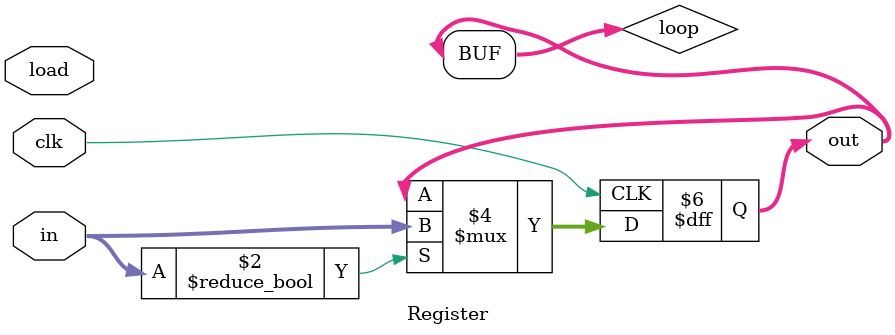
<source format=v>
module Register (
    input clk,
    input [15:0] in,
    input load,
    output reg [15:0] out
);

wire [15:0] loop;
assign loop = out;

always @(posedge clk) begin
  if (in) begin
    out <= in;
  end else begin
    out <= loop;
  end
end
endmodule
</source>
